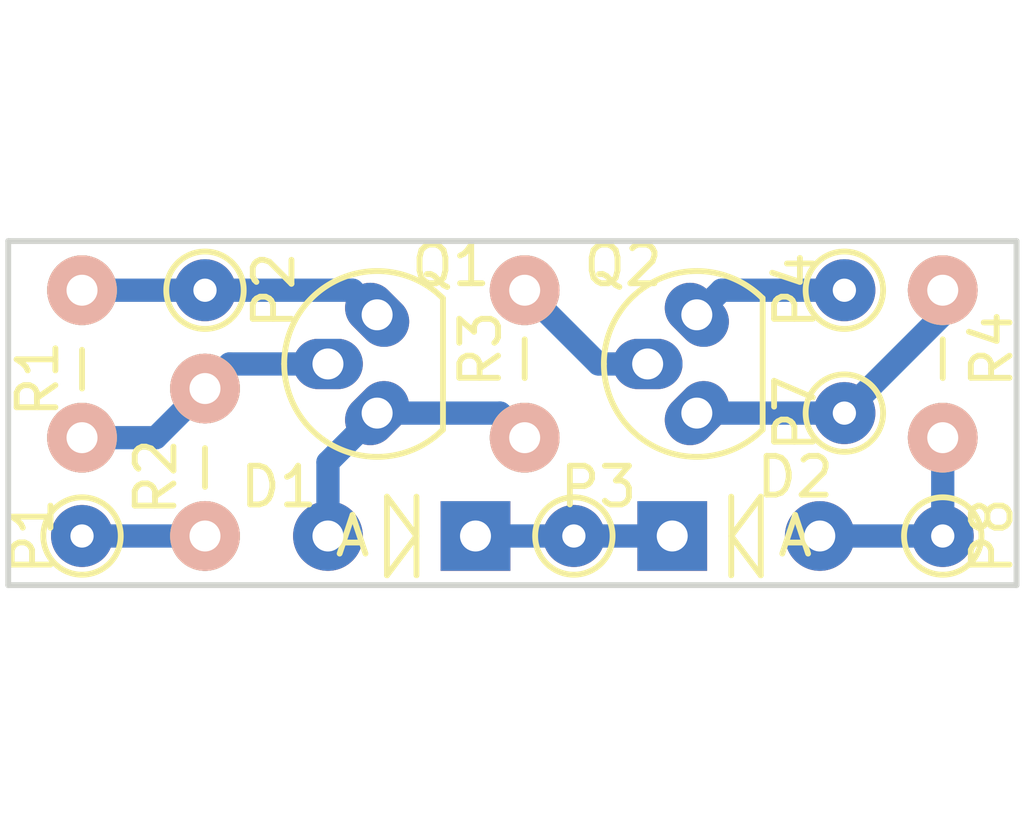
<source format=kicad_pcb>
(kicad_pcb (version 4) (host pcbnew 4.0.5+dfsg1-4~bpo8+1)

  (general
    (links 15)
    (no_connects 0)
    (area 16.434999 16.434999 70.165763 62.955)
    (thickness 1.6)
    (drawings 4)
    (tracks 23)
    (zones 0)
    (modules 14)
    (nets 10)
  )

  (page A4)
  (layers
    (0 F.Cu signal)
    (31 B.Cu signal)
    (32 B.Adhes user)
    (33 F.Adhes user)
    (34 B.Paste user)
    (35 F.Paste user)
    (36 B.SilkS user)
    (37 F.SilkS user)
    (38 B.Mask user)
    (39 F.Mask user)
    (40 Dwgs.User user)
    (41 Cmts.User user)
    (42 Eco1.User user)
    (43 Eco2.User user)
    (44 Edge.Cuts user)
    (45 Margin user)
    (46 B.CrtYd user)
    (47 F.CrtYd user)
    (48 B.Fab user)
    (49 F.Fab user)
  )

  (setup
    (last_trace_width 0.6)
    (user_trace_width 0.4)
    (user_trace_width 0.6)
    (user_trace_width 0.8)
    (user_trace_width 1)
    (trace_clearance 0.2)
    (zone_clearance 0.508)
    (zone_45_only no)
    (trace_min 0.2)
    (segment_width 0.2)
    (edge_width 0.15)
    (via_size 0.6)
    (via_drill 0.4)
    (via_min_size 0.4)
    (via_min_drill 0.3)
    (uvia_size 0.3)
    (uvia_drill 0.1)
    (uvias_allowed no)
    (uvia_min_size 0.2)
    (uvia_min_drill 0.1)
    (pcb_text_width 0.3)
    (pcb_text_size 1.5 1.5)
    (mod_edge_width 0.15)
    (mod_text_size 1 1)
    (mod_text_width 0.15)
    (pad_size 1.8 1.8)
    (pad_drill 0.8)
    (pad_to_mask_clearance 0.2)
    (aux_axis_origin 0 0)
    (grid_origin 19.05 22.225)
    (visible_elements FFFFFF7F)
    (pcbplotparams
      (layerselection 0x00030_80000001)
      (usegerberextensions false)
      (excludeedgelayer true)
      (linewidth 0.100000)
      (plotframeref false)
      (viasonmask false)
      (mode 1)
      (useauxorigin false)
      (hpglpennumber 1)
      (hpglpenspeed 20)
      (hpglpendiameter 15)
      (hpglpenoverlay 2)
      (psnegative false)
      (psa4output false)
      (plotreference true)
      (plotvalue true)
      (plotinvisibletext false)
      (padsonsilk false)
      (subtractmaskfromsilk false)
      (outputformat 1)
      (mirror false)
      (drillshape 1)
      (scaleselection 1)
      (outputdirectory ""))
  )

  (net 0 "")
  (net 1 "Net-(D1-Pad2)")
  (net 2 "Net-(D1-Pad1)")
  (net 3 "Net-(D2-Pad2)")
  (net 4 "Net-(P1-Pad1)")
  (net 5 "Net-(P2-Pad1)")
  (net 6 "Net-(P4-Pad1)")
  (net 7 "Net-(P7-Pad1)")
  (net 8 "Net-(Q1-Pad2)")
  (net 9 "Net-(Q2-Pad2)")

  (net_class Default "This is the default net class."
    (clearance 0.2)
    (trace_width 0.25)
    (via_dia 0.6)
    (via_drill 0.4)
    (uvia_dia 0.3)
    (uvia_drill 0.1)
    (add_net "Net-(D1-Pad1)")
    (add_net "Net-(D1-Pad2)")
    (add_net "Net-(D2-Pad2)")
    (add_net "Net-(P1-Pad1)")
    (add_net "Net-(P2-Pad1)")
    (add_net "Net-(P4-Pad1)")
    (add_net "Net-(P7-Pad1)")
    (add_net "Net-(Q1-Pad2)")
    (add_net "Net-(Q2-Pad2)")
  )

  (module Diodes_ThroughHole:Diode_DO-41_SOD81_Vertical_AnodeUp (layer F.Cu) (tedit 5B213E9B) (tstamp 5B212303)
    (at 31.115 29.845 180)
    (descr "Diode, DO-41, SOD81, Vertical, Anode Up,")
    (tags "Diode, DO-41, SOD81, Vertical, Anode Up, 1N4007, SB140,")
    (path /5B201A2D)
    (fp_text reference D1 (at 5.08 1.27 360) (layer F.SilkS)
      (effects (font (size 1 1) (thickness 0.15)))
    )
    (fp_text value 1N4148 (at 1.905 -4.445 270) (layer F.Fab)
      (effects (font (size 1 1) (thickness 0.15)))
    )
    (fp_text user A (at 3.175 0 180) (layer F.SilkS)
      (effects (font (size 1 1) (thickness 0.15)))
    )
    (fp_line (start 1.524 0) (end 2.286 1.016) (layer F.SilkS) (width 0.15))
    (fp_line (start 1.524 0) (end 2.286 -1.016) (layer F.SilkS) (width 0.15))
    (fp_line (start 1.524 -1.016) (end 1.524 1.016) (layer F.SilkS) (width 0.15))
    (fp_line (start 2.286 -1.016) (end 2.286 1.016) (layer F.SilkS) (width 0.15))
    (pad 2 thru_hole circle (at 3.81 0 180) (size 1.8 1.8) (drill 0.8) (layers *.Cu *.Mask)
      (net 1 "Net-(D1-Pad2)"))
    (pad 1 thru_hole rect (at 0 0 180) (size 1.8 1.8) (drill 0.8) (layers *.Cu *.Mask)
      (net 2 "Net-(D1-Pad1)"))
  )

  (module Diodes_ThroughHole:Diode_DO-41_SOD81_Vertical_AnodeUp (layer F.Cu) (tedit 5B213EB8) (tstamp 5B212309)
    (at 36.195 29.845)
    (descr "Diode, DO-41, SOD81, Vertical, Anode Up,")
    (tags "Diode, DO-41, SOD81, Vertical, Anode Up, 1N4007, SB140,")
    (path /5B201B0F)
    (fp_text reference D2 (at 3.175 -1.524) (layer F.SilkS)
      (effects (font (size 1 1) (thickness 0.15)))
    )
    (fp_text value 1N4148 (at 1.905 4.445 90) (layer F.Fab)
      (effects (font (size 1 1) (thickness 0.15)))
    )
    (fp_text user A (at 3.175 0) (layer F.SilkS)
      (effects (font (size 1 1) (thickness 0.15)))
    )
    (fp_line (start 1.524 0) (end 2.286 1.016) (layer F.SilkS) (width 0.15))
    (fp_line (start 1.524 0) (end 2.286 -1.016) (layer F.SilkS) (width 0.15))
    (fp_line (start 1.524 -1.016) (end 1.524 1.016) (layer F.SilkS) (width 0.15))
    (fp_line (start 2.286 -1.016) (end 2.286 1.016) (layer F.SilkS) (width 0.15))
    (pad 2 thru_hole circle (at 3.81 0) (size 1.8 1.8) (drill 0.8) (layers *.Cu *.Mask)
      (net 3 "Net-(D2-Pad2)"))
    (pad 1 thru_hole rect (at 0 0) (size 1.8 1.8) (drill 0.8) (layers *.Cu *.Mask)
      (net 2 "Net-(D1-Pad1)"))
  )

  (module TO_SOT_Packages_THT:TO-92_Molded_Narrow_Oval (layer F.Cu) (tedit 5B213DF6) (tstamp 5B21232E)
    (at 28.575 26.67 90)
    (descr "TO-92 leads molded, narrow, oval pads, drill 0.8mm (see NXP sot054_po.pdf)")
    (tags "to-92 sc-43 sc-43a sot54 PA33 transistor")
    (path /5B201DAF)
    (fp_text reference Q1 (at 3.81 1.905 180) (layer F.SilkS)
      (effects (font (size 1 1) (thickness 0.15)))
    )
    (fp_text value BC558B (at 7.62 0 270) (layer F.Fab)
      (effects (font (size 1 1) (thickness 0.15)))
    )
    (fp_line (start -1.4 1.95) (end -1.4 -2.65) (layer F.CrtYd) (width 0.05))
    (fp_line (start -1.4 1.95) (end 3.95 1.95) (layer F.CrtYd) (width 0.05))
    (fp_line (start -0.43 1.7) (end 2.97 1.7) (layer F.SilkS) (width 0.15))
    (fp_arc (start 1.27 0) (end 1.27 -2.4) (angle -135) (layer F.SilkS) (width 0.15))
    (fp_arc (start 1.27 0) (end 1.27 -2.4) (angle 135) (layer F.SilkS) (width 0.15))
    (fp_line (start -1.4 -2.65) (end 3.95 -2.65) (layer F.CrtYd) (width 0.05))
    (fp_line (start 3.95 1.95) (end 3.95 -2.65) (layer F.CrtYd) (width 0.05))
    (pad 2 thru_hole oval (at 1.27 -1.27 180) (size 1.80086 1.30048) (drill 0.8) (layers *.Cu *.Mask)
      (net 8 "Net-(Q1-Pad2)"))
    (pad 1 thru_hole oval (at 0 0 135) (size 1.30048 1.80086) (drill 0.8) (layers *.Cu *.Mask)
      (net 1 "Net-(D1-Pad2)"))
    (pad 3 thru_hole oval (at 2.54 0 135) (size 1.80086 1.30048) (drill 0.8) (layers *.Cu *.Mask)
      (net 5 "Net-(P2-Pad1)"))
    (model TO_SOT_Packages_THT.3dshapes/TO-92_Molded_Narrow_Oval.wrl
      (at (xyz 0.05 0 0))
      (scale (xyz 1 1 1))
      (rotate (xyz 0 0 -90))
    )
  )

  (module TO_SOT_Packages_THT:TO-92_Molded_Narrow_Oval (layer F.Cu) (tedit 5B213D2D) (tstamp 5B212335)
    (at 36.83 26.67 90)
    (descr "TO-92 leads molded, narrow, oval pads, drill 0.8mm (see NXP sot054_po.pdf)")
    (tags "to-92 sc-43 sc-43a sot54 PA33 transistor")
    (path /5B201D20)
    (fp_text reference Q2 (at 3.81 -1.905 180) (layer F.SilkS)
      (effects (font (size 1 1) (thickness 0.15)))
    )
    (fp_text value BC548B (at 7.62 0 270) (layer F.Fab)
      (effects (font (size 1 1) (thickness 0.15)))
    )
    (fp_line (start -1.4 1.95) (end -1.4 -2.65) (layer F.CrtYd) (width 0.05))
    (fp_line (start -1.4 1.95) (end 3.95 1.95) (layer F.CrtYd) (width 0.05))
    (fp_line (start -0.43 1.7) (end 2.97 1.7) (layer F.SilkS) (width 0.15))
    (fp_arc (start 1.27 0) (end 1.27 -2.4) (angle -135) (layer F.SilkS) (width 0.15))
    (fp_arc (start 1.27 0) (end 1.27 -2.4) (angle 135) (layer F.SilkS) (width 0.15))
    (fp_line (start -1.4 -2.65) (end 3.95 -2.65) (layer F.CrtYd) (width 0.05))
    (fp_line (start 3.95 1.95) (end 3.95 -2.65) (layer F.CrtYd) (width 0.05))
    (pad 2 thru_hole oval (at 1.27 -1.27 180) (size 1.80086 1.30048) (drill 0.8) (layers *.Cu *.Mask)
      (net 9 "Net-(Q2-Pad2)"))
    (pad 1 thru_hole oval (at 0 0 135) (size 1.30048 1.80086) (drill 0.8) (layers *.Cu *.Mask)
      (net 7 "Net-(P7-Pad1)"))
    (pad 3 thru_hole oval (at 2.54 0 135) (size 1.80086 1.30048) (drill 0.8) (layers *.Cu *.Mask)
      (net 6 "Net-(P4-Pad1)"))
    (model TO_SOT_Packages_THT.3dshapes/TO-92_Molded_Narrow_Oval.wrl
      (at (xyz 0.05 0 0))
      (scale (xyz 1 1 1))
      (rotate (xyz 0 0 -90))
    )
  )

  (module m-Connectors:Pad (layer F.Cu) (tedit 5B213C39) (tstamp 5B212DDB)
    (at 20.955 29.845)
    (descr "module 1 pin (ou trou mecanique de percage)")
    (tags DEV)
    (path /5B212092)
    (fp_text reference P1 (at -1.27 0 90) (layer F.SilkS)
      (effects (font (size 1 1) (thickness 0.15)))
    )
    (fp_text value Pad (at 0 3.175 90) (layer F.Fab)
      (effects (font (size 1 1) (thickness 0.15)))
    )
    (fp_circle (center 0 0) (end 0 -1) (layer F.SilkS) (width 0.15))
    (pad 1 thru_hole circle (at 0 0) (size 1.6 1.6) (drill 0.6) (layers *.Cu *.Mask)
      (net 4 "Net-(P1-Pad1)"))
  )

  (module m-Connectors:Pad (layer F.Cu) (tedit 5B213E6E) (tstamp 5B212DE0)
    (at 24.13 23.495)
    (descr "module 1 pin (ou trou mecanique de percage)")
    (tags DEV)
    (path /5B21259F)
    (fp_text reference P2 (at 1.778 0 90) (layer F.SilkS)
      (effects (font (size 1 1) (thickness 0.15)))
    )
    (fp_text value Pad (at 0 -3.175 90) (layer F.Fab)
      (effects (font (size 1 1) (thickness 0.15)))
    )
    (fp_circle (center 0 0) (end 0 -1) (layer F.SilkS) (width 0.15))
    (pad 1 thru_hole circle (at 0 0) (size 1.6 1.6) (drill 0.6) (layers *.Cu *.Mask)
      (net 5 "Net-(P2-Pad1)"))
  )

  (module m-Connectors:Pad (layer F.Cu) (tedit 5B213D9B) (tstamp 5B212DE5)
    (at 33.655 29.845)
    (descr "module 1 pin (ou trou mecanique de percage)")
    (tags DEV)
    (path /5B2126F8)
    (fp_text reference P3 (at 0.635 -1.27) (layer F.SilkS)
      (effects (font (size 1 1) (thickness 0.15)))
    )
    (fp_text value Pad (at 0 3.175 90) (layer F.Fab)
      (effects (font (size 1 1) (thickness 0.15)))
    )
    (fp_circle (center 0 0) (end 0 -1) (layer F.SilkS) (width 0.15))
    (pad 1 thru_hole circle (at 0 0) (size 1.6 1.6) (drill 0.6) (layers *.Cu *.Mask)
      (net 2 "Net-(D1-Pad1)"))
  )

  (module m-Connectors:Pad (layer F.Cu) (tedit 5B213DCF) (tstamp 5B212DEA)
    (at 40.64 23.495)
    (descr "module 1 pin (ou trou mecanique de percage)")
    (tags DEV)
    (path /5B21265F)
    (fp_text reference P4 (at -1.27 0 90) (layer F.SilkS)
      (effects (font (size 1 1) (thickness 0.15)))
    )
    (fp_text value Pad (at 0 -3.175 90) (layer F.Fab)
      (effects (font (size 1 1) (thickness 0.15)))
    )
    (fp_circle (center 0 0) (end 0 -1) (layer F.SilkS) (width 0.15))
    (pad 1 thru_hole circle (at 0 0) (size 1.6 1.6) (drill 0.6) (layers *.Cu *.Mask)
      (net 6 "Net-(P4-Pad1)"))
  )

  (module m-Connectors:Pad (layer F.Cu) (tedit 5B213DC9) (tstamp 5B212DEF)
    (at 40.64 26.67)
    (descr "module 1 pin (ou trou mecanique de percage)")
    (tags DEV)
    (path /5B212367)
    (fp_text reference P7 (at -1.27 0 90) (layer F.SilkS)
      (effects (font (size 1 1) (thickness 0.15)))
    )
    (fp_text value Pad (at 0 6.35 90) (layer F.Fab)
      (effects (font (size 1 1) (thickness 0.15)))
    )
    (fp_circle (center 0 0) (end 0 -1) (layer F.SilkS) (width 0.15))
    (pad 1 thru_hole circle (at 0 0) (size 1.6 1.6) (drill 0.6) (layers *.Cu *.Mask)
      (net 7 "Net-(P7-Pad1)"))
  )

  (module m-Connectors:Pad (layer F.Cu) (tedit 5B213DB5) (tstamp 5B212DF4)
    (at 43.18 29.845)
    (descr "module 1 pin (ou trou mecanique de percage)")
    (tags DEV)
    (path /5B212765)
    (fp_text reference P8 (at 1.27 0 90) (layer F.SilkS)
      (effects (font (size 1 1) (thickness 0.15)))
    )
    (fp_text value Pad (at 0 3.175 90) (layer F.Fab)
      (effects (font (size 1 1) (thickness 0.15)))
    )
    (fp_circle (center 0 0) (end 0 -1) (layer F.SilkS) (width 0.15))
    (pad 1 thru_hole circle (at 0 0) (size 1.6 1.6) (drill 0.6) (layers *.Cu *.Mask)
      (net 3 "Net-(D2-Pad2)"))
  )

  (module m-Resistors:Resistor_Vertical_RM3.8mm (layer F.Cu) (tedit 5B213E4C) (tstamp 5B21320E)
    (at 20.955 26.035 270)
    (descr "Resistor, Vertical, RM 5mm, 1/3W,")
    (tags "Resistor, Vertical, RM 5mm, 1/3W,")
    (path /5B201B3C)
    (fp_text reference R1 (at -0.254 1.143 450) (layer F.SilkS)
      (effects (font (size 1 1) (thickness 0.15)))
    )
    (fp_text value 33k (at -5.715 0 270) (layer F.Fab)
      (effects (font (size 1 1) (thickness 0.15)))
    )
    (fp_circle (center -2.54 0) (end -2.54 -1.5) (layer B.Paste) (width 0.15))
    (fp_line (start -1 0) (end 0 0) (layer F.SilkS) (width 0.15))
    (pad 1 thru_hole circle (at -2.54 0 270) (size 1.8 1.8) (drill 0.8) (layers *.Cu *.SilkS *.Mask)
      (net 5 "Net-(P2-Pad1)"))
    (pad 2 thru_hole circle (at 1.27 0 270) (size 1.8 1.8) (drill 0.8) (layers *.Cu *.SilkS *.Mask)
      (net 8 "Net-(Q1-Pad2)"))
  )

  (module m-Resistors:Resistor_Vertical_RM3.8mm (layer F.Cu) (tedit 5B213E4E) (tstamp 5B213215)
    (at 24.13 28.575 270)
    (descr "Resistor, Vertical, RM 5mm, 1/3W,")
    (tags "Resistor, Vertical, RM 5mm, 1/3W,")
    (path /5B201C36)
    (fp_text reference R2 (at -0.254 1.27 450) (layer F.SilkS)
      (effects (font (size 1 1) (thickness 0.15)))
    )
    (fp_text value 3k3 (at 4.445 0 270) (layer F.Fab)
      (effects (font (size 1 1) (thickness 0.15)))
    )
    (fp_circle (center -2.54 0) (end -2.54 -1.5) (layer B.Paste) (width 0.15))
    (fp_line (start -1 0) (end 0 0) (layer F.SilkS) (width 0.15))
    (pad 1 thru_hole circle (at -2.54 0 270) (size 1.8 1.8) (drill 0.8) (layers *.Cu *.SilkS *.Mask)
      (net 8 "Net-(Q1-Pad2)"))
    (pad 2 thru_hole circle (at 1.27 0 270) (size 1.8 1.8) (drill 0.8) (layers *.Cu *.SilkS *.Mask)
      (net 4 "Net-(P1-Pad1)"))
  )

  (module m-Resistors:Resistor_Vertical_RM3.8mm (layer F.Cu) (tedit 5B213E62) (tstamp 5B21321C)
    (at 32.385 24.765 90)
    (descr "Resistor, Vertical, RM 5mm, 1/3W,")
    (tags "Resistor, Vertical, RM 5mm, 1/3W,")
    (path /5B201BCB)
    (fp_text reference R3 (at -0.254 -1.143 270) (layer F.SilkS)
      (effects (font (size 1 1) (thickness 0.15)))
    )
    (fp_text value 27k (at 4.445 0 90) (layer F.Fab)
      (effects (font (size 1 1) (thickness 0.15)))
    )
    (fp_circle (center -2.54 0) (end -2.54 -1.5) (layer B.Paste) (width 0.15))
    (fp_line (start -1 0) (end 0 0) (layer F.SilkS) (width 0.15))
    (pad 1 thru_hole circle (at -2.54 0 90) (size 1.8 1.8) (drill 0.8) (layers *.Cu *.SilkS *.Mask)
      (net 1 "Net-(D1-Pad2)"))
    (pad 2 thru_hole circle (at 1.27 0 90) (size 1.8 1.8) (drill 0.8) (layers *.Cu *.SilkS *.Mask)
      (net 9 "Net-(Q2-Pad2)"))
  )

  (module m-Resistors:Resistor_Vertical_RM3.8mm (layer F.Cu) (tedit 5B213E5C) (tstamp 5B213223)
    (at 43.18 24.765 90)
    (descr "Resistor, Vertical, RM 5mm, 1/3W,")
    (tags "Resistor, Vertical, RM 5mm, 1/3W,")
    (path /5B201CBF)
    (fp_text reference R4 (at -0.254 1.27 90) (layer F.SilkS)
      (effects (font (size 1 1) (thickness 0.15)))
    )
    (fp_text value 27k (at 4.445 0 90) (layer F.Fab)
      (effects (font (size 1 1) (thickness 0.15)))
    )
    (fp_circle (center -2.54 0) (end -2.54 -1.5) (layer B.Paste) (width 0.15))
    (fp_line (start -1 0) (end 0 0) (layer F.SilkS) (width 0.15))
    (pad 1 thru_hole circle (at -2.54 0 90) (size 1.8 1.8) (drill 0.8) (layers *.Cu *.SilkS *.Mask)
      (net 3 "Net-(D2-Pad2)"))
    (pad 2 thru_hole circle (at 1.27 0 90) (size 1.8 1.8) (drill 0.8) (layers *.Cu *.SilkS *.Mask)
      (net 7 "Net-(P7-Pad1)"))
  )

  (gr_line (start 45.085 22.225) (end 45.085 31.115) (angle 90) (layer Edge.Cuts) (width 0.15))
  (gr_line (start 19.05 31.115) (end 19.05 22.225) (angle 90) (layer Edge.Cuts) (width 0.15))
  (gr_line (start 45.085 31.115) (end 19.05 31.115) (angle 90) (layer Edge.Cuts) (width 0.15))
  (gr_line (start 19.05 22.225) (end 45.085 22.225) (angle 90) (layer Edge.Cuts) (width 0.15))

  (segment (start 27.305 29.845) (end 27.305 27.94) (width 0.6) (layer B.Cu) (net 1) (status 400000))
  (segment (start 27.305 27.94) (end 28.575 26.67) (width 0.6) (layer B.Cu) (net 1) (tstamp 5B213FAE) (status 800000))
  (segment (start 32.385 27.305) (end 31.75 26.67) (width 0.6) (layer B.Cu) (net 1) (status C00000))
  (segment (start 31.75 26.67) (end 28.575 26.67) (width 0.6) (layer B.Cu) (net 1) (tstamp 5B213F8F) (status C00000))
  (segment (start 31.115 29.845) (end 33.655 29.845) (width 0.6) (layer B.Cu) (net 2) (status C00000))
  (segment (start 33.655 29.845) (end 36.195 29.845) (width 0.6) (layer B.Cu) (net 2) (tstamp 5B213F29) (status C00000))
  (segment (start 40.005 29.845) (end 43.18 29.845) (width 0.6) (layer B.Cu) (net 3) (status C00000))
  (segment (start 43.18 29.845) (end 43.18 27.305) (width 0.6) (layer B.Cu) (net 3) (tstamp 5B213F3D) (status C00000))
  (segment (start 20.955 29.845) (end 24.13 29.845) (width 0.6) (layer B.Cu) (net 4) (status C00000))
  (segment (start 24.13 23.495) (end 27.94 23.495) (width 0.6) (layer B.Cu) (net 5) (status C00000))
  (segment (start 27.94 23.495) (end 28.575 24.13) (width 0.6) (layer B.Cu) (net 5) (tstamp 5B213FA4) (status C00000))
  (segment (start 20.955 23.495) (end 24.13 23.495) (width 0.6) (layer B.Cu) (net 5) (status C00000))
  (segment (start 36.83 24.13) (end 37.465 23.495) (width 0.6) (layer B.Cu) (net 6) (status 400000))
  (segment (start 37.465 23.495) (end 40.64 23.495) (width 0.6) (layer B.Cu) (net 6) (tstamp 5B213F4F) (status 800000))
  (segment (start 43.18 23.495) (end 43.18 24.13) (width 0.6) (layer B.Cu) (net 7) (status C00000))
  (segment (start 43.18 24.13) (end 40.64 26.67) (width 0.6) (layer B.Cu) (net 7) (tstamp 5B213F67) (status C00000))
  (segment (start 36.83 26.67) (end 40.64 26.67) (width 0.6) (layer B.Cu) (net 7) (status C00000))
  (segment (start 24.13 26.035) (end 24.765 25.4) (width 0.6) (layer B.Cu) (net 8) (status C00000))
  (segment (start 24.765 25.4) (end 27.305 25.4) (width 0.6) (layer B.Cu) (net 8) (tstamp 5B213FA8) (status C00000))
  (segment (start 20.955 27.305) (end 22.86 27.305) (width 0.6) (layer B.Cu) (net 8) (status 400000))
  (segment (start 22.86 27.305) (end 24.13 26.035) (width 0.6) (layer B.Cu) (net 8) (tstamp 5B213F9D) (status 800000))
  (segment (start 32.385 23.495) (end 34.29 25.4) (width 0.6) (layer B.Cu) (net 9) (status 400000))
  (segment (start 34.29 25.4) (end 35.56 25.4) (width 0.6) (layer B.Cu) (net 9) (tstamp 5B213F58) (status 800000))

)

</source>
